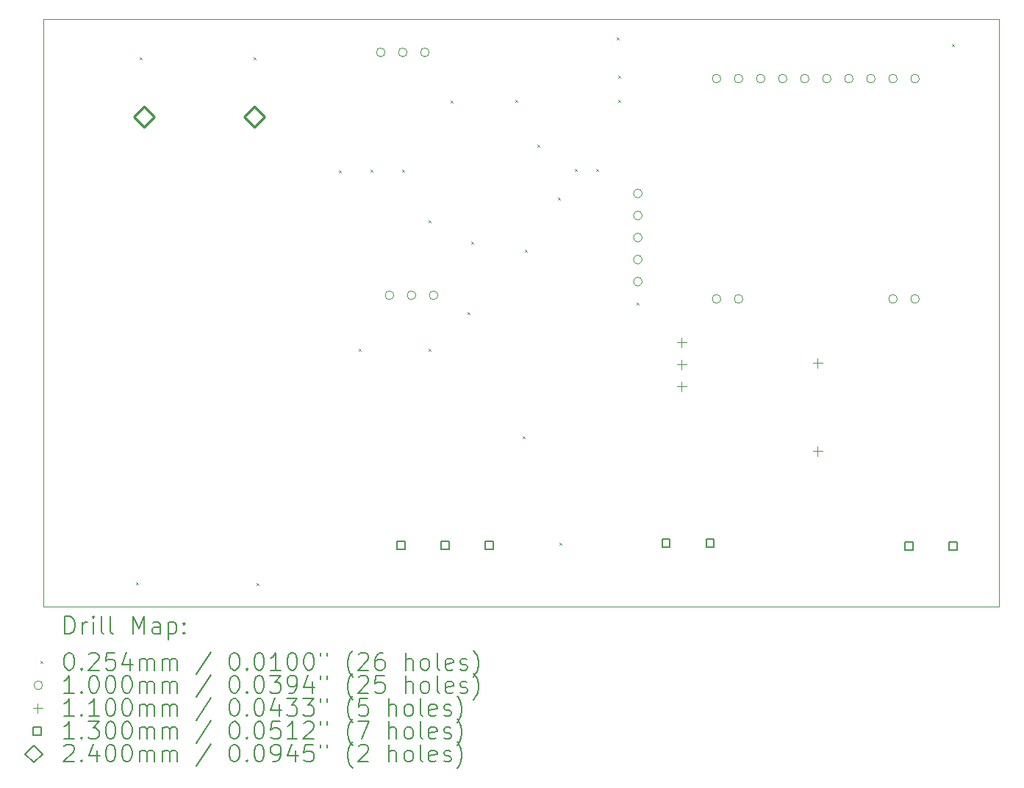
<source format=gbr>
%TF.GenerationSoftware,KiCad,Pcbnew,6.0.11-2627ca5db0~126~ubuntu22.04.1*%
%TF.CreationDate,2023-02-05T11:25:59-03:00*%
%TF.ProjectId,ball_launcher_kicad,62616c6c-5f6c-4617-956e-636865725f6b,rev?*%
%TF.SameCoordinates,Original*%
%TF.FileFunction,Drillmap*%
%TF.FilePolarity,Positive*%
%FSLAX45Y45*%
G04 Gerber Fmt 4.5, Leading zero omitted, Abs format (unit mm)*
G04 Created by KiCad (PCBNEW 6.0.11-2627ca5db0~126~ubuntu22.04.1) date 2023-02-05 11:25:59*
%MOMM*%
%LPD*%
G01*
G04 APERTURE LIST*
%ADD10C,0.100000*%
%ADD11C,0.200000*%
%ADD12C,0.025400*%
%ADD13C,0.110000*%
%ADD14C,0.130000*%
%ADD15C,0.240000*%
G04 APERTURE END LIST*
D10*
X17200500Y-9460000D02*
X28210500Y-9460000D01*
X28210500Y-9460000D02*
X28210500Y-16228000D01*
X28210500Y-16228000D02*
X17200500Y-16228000D01*
X17200500Y-16228000D02*
X17200500Y-9460000D01*
D11*
D12*
X18267300Y-15947300D02*
X18292700Y-15972700D01*
X18292700Y-15947300D02*
X18267300Y-15972700D01*
X18317300Y-9897300D02*
X18342700Y-9922700D01*
X18342700Y-9897300D02*
X18317300Y-9922700D01*
X19627300Y-9897300D02*
X19652700Y-9922700D01*
X19652700Y-9897300D02*
X19627300Y-9922700D01*
X19657300Y-15957300D02*
X19682700Y-15982700D01*
X19682700Y-15957300D02*
X19657300Y-15982700D01*
X20607300Y-11197300D02*
X20632700Y-11222700D01*
X20632700Y-11197300D02*
X20607300Y-11222700D01*
X20837300Y-13257300D02*
X20862700Y-13282700D01*
X20862700Y-13257300D02*
X20837300Y-13282700D01*
X20967800Y-11195300D02*
X20993200Y-11220700D01*
X20993200Y-11195300D02*
X20967800Y-11220700D01*
X21337800Y-11195300D02*
X21363200Y-11220700D01*
X21363200Y-11195300D02*
X21337800Y-11220700D01*
X21637800Y-13255300D02*
X21663200Y-13280700D01*
X21663200Y-13255300D02*
X21637800Y-13280700D01*
X21642800Y-11780300D02*
X21668200Y-11805700D01*
X21668200Y-11780300D02*
X21642800Y-11805700D01*
X21897800Y-10395300D02*
X21923200Y-10420700D01*
X21923200Y-10395300D02*
X21897800Y-10420700D01*
X22087800Y-12835300D02*
X22113200Y-12860700D01*
X22113200Y-12835300D02*
X22087800Y-12860700D01*
X22127800Y-12025300D02*
X22153200Y-12050700D01*
X22153200Y-12025300D02*
X22127800Y-12050700D01*
X22637800Y-10385300D02*
X22663200Y-10410700D01*
X22663200Y-10385300D02*
X22637800Y-10410700D01*
X22727300Y-14267300D02*
X22752700Y-14292700D01*
X22752700Y-14267300D02*
X22727300Y-14292700D01*
X22747800Y-12115300D02*
X22773200Y-12140700D01*
X22773200Y-12115300D02*
X22747800Y-12140700D01*
X22897800Y-10905300D02*
X22923200Y-10930700D01*
X22923200Y-10905300D02*
X22897800Y-10930700D01*
X23127800Y-11515300D02*
X23153200Y-11540700D01*
X23153200Y-11515300D02*
X23127800Y-11540700D01*
X23147300Y-15497300D02*
X23172700Y-15522700D01*
X23172700Y-15497300D02*
X23147300Y-15522700D01*
X23327800Y-11185300D02*
X23353200Y-11210700D01*
X23353200Y-11185300D02*
X23327800Y-11210700D01*
X23567800Y-11185300D02*
X23593200Y-11210700D01*
X23593200Y-11185300D02*
X23567800Y-11210700D01*
X23807800Y-9665300D02*
X23833200Y-9690700D01*
X23833200Y-9665300D02*
X23807800Y-9690700D01*
X23827800Y-10105300D02*
X23853200Y-10130700D01*
X23853200Y-10105300D02*
X23827800Y-10130700D01*
X23827800Y-10385300D02*
X23853200Y-10410700D01*
X23853200Y-10385300D02*
X23827800Y-10410700D01*
X24037800Y-12725300D02*
X24063200Y-12750700D01*
X24063200Y-12725300D02*
X24037800Y-12750700D01*
X27667800Y-9745300D02*
X27693200Y-9770700D01*
X27693200Y-9745300D02*
X27667800Y-9770700D01*
D10*
X21139250Y-9841000D02*
G75*
G03*
X21139250Y-9841000I-50000J0D01*
G01*
X21240500Y-12641000D02*
G75*
G03*
X21240500Y-12641000I-50000J0D01*
G01*
X21393250Y-9841000D02*
G75*
G03*
X21393250Y-9841000I-50000J0D01*
G01*
X21494500Y-12641000D02*
G75*
G03*
X21494500Y-12641000I-50000J0D01*
G01*
X21647250Y-9841000D02*
G75*
G03*
X21647250Y-9841000I-50000J0D01*
G01*
X21748500Y-12641000D02*
G75*
G03*
X21748500Y-12641000I-50000J0D01*
G01*
X24100500Y-11468000D02*
G75*
G03*
X24100500Y-11468000I-50000J0D01*
G01*
X24100500Y-11722000D02*
G75*
G03*
X24100500Y-11722000I-50000J0D01*
G01*
X24100500Y-11976000D02*
G75*
G03*
X24100500Y-11976000I-50000J0D01*
G01*
X24100500Y-12230000D02*
G75*
G03*
X24100500Y-12230000I-50000J0D01*
G01*
X24100500Y-12484000D02*
G75*
G03*
X24100500Y-12484000I-50000J0D01*
G01*
X25007500Y-10143750D02*
G75*
G03*
X25007500Y-10143750I-50000J0D01*
G01*
X25007500Y-12683750D02*
G75*
G03*
X25007500Y-12683750I-50000J0D01*
G01*
X25261500Y-10143750D02*
G75*
G03*
X25261500Y-10143750I-50000J0D01*
G01*
X25261500Y-12683750D02*
G75*
G03*
X25261500Y-12683750I-50000J0D01*
G01*
X25515500Y-10143750D02*
G75*
G03*
X25515500Y-10143750I-50000J0D01*
G01*
X25769500Y-10143750D02*
G75*
G03*
X25769500Y-10143750I-50000J0D01*
G01*
X26023500Y-10143750D02*
G75*
G03*
X26023500Y-10143750I-50000J0D01*
G01*
X26277500Y-10143750D02*
G75*
G03*
X26277500Y-10143750I-50000J0D01*
G01*
X26531500Y-10143750D02*
G75*
G03*
X26531500Y-10143750I-50000J0D01*
G01*
X26785500Y-10143750D02*
G75*
G03*
X26785500Y-10143750I-50000J0D01*
G01*
X27039500Y-10143750D02*
G75*
G03*
X27039500Y-10143750I-50000J0D01*
G01*
X27039500Y-12683750D02*
G75*
G03*
X27039500Y-12683750I-50000J0D01*
G01*
X27293500Y-10143750D02*
G75*
G03*
X27293500Y-10143750I-50000J0D01*
G01*
X27293500Y-12683750D02*
G75*
G03*
X27293500Y-12683750I-50000J0D01*
G01*
D13*
X24555500Y-13131000D02*
X24555500Y-13241000D01*
X24500500Y-13186000D02*
X24610500Y-13186000D01*
X24555500Y-13385000D02*
X24555500Y-13495000D01*
X24500500Y-13440000D02*
X24610500Y-13440000D01*
X24555500Y-13639000D02*
X24555500Y-13749000D01*
X24500500Y-13694000D02*
X24610500Y-13694000D01*
X26120000Y-13367000D02*
X26120000Y-13477000D01*
X26065000Y-13422000D02*
X26175000Y-13422000D01*
X26120000Y-14383000D02*
X26120000Y-14493000D01*
X26065000Y-14438000D02*
X26175000Y-14438000D01*
D14*
X21367462Y-15566462D02*
X21367462Y-15474538D01*
X21275538Y-15474538D01*
X21275538Y-15566462D01*
X21367462Y-15566462D01*
X21875462Y-15566462D02*
X21875462Y-15474538D01*
X21783538Y-15474538D01*
X21783538Y-15566462D01*
X21875462Y-15566462D01*
X22383462Y-15566462D02*
X22383462Y-15474538D01*
X22291538Y-15474538D01*
X22291538Y-15566462D01*
X22383462Y-15566462D01*
X24421462Y-15546462D02*
X24421462Y-15454538D01*
X24329538Y-15454538D01*
X24329538Y-15546462D01*
X24421462Y-15546462D01*
X24929462Y-15546462D02*
X24929462Y-15454538D01*
X24837538Y-15454538D01*
X24837538Y-15546462D01*
X24929462Y-15546462D01*
X27221462Y-15575962D02*
X27221462Y-15484038D01*
X27129538Y-15484038D01*
X27129538Y-15575962D01*
X27221462Y-15575962D01*
X27729462Y-15575962D02*
X27729462Y-15484038D01*
X27637538Y-15484038D01*
X27637538Y-15575962D01*
X27729462Y-15575962D01*
D15*
X18365000Y-10705000D02*
X18485000Y-10585000D01*
X18365000Y-10465000D01*
X18245000Y-10585000D01*
X18365000Y-10705000D01*
X19635000Y-10705000D02*
X19755000Y-10585000D01*
X19635000Y-10465000D01*
X19515000Y-10585000D01*
X19635000Y-10705000D01*
D11*
X17453119Y-16543476D02*
X17453119Y-16343476D01*
X17500738Y-16343476D01*
X17529310Y-16353000D01*
X17548357Y-16372048D01*
X17557881Y-16391095D01*
X17567405Y-16429190D01*
X17567405Y-16457762D01*
X17557881Y-16495857D01*
X17548357Y-16514905D01*
X17529310Y-16533952D01*
X17500738Y-16543476D01*
X17453119Y-16543476D01*
X17653119Y-16543476D02*
X17653119Y-16410143D01*
X17653119Y-16448238D02*
X17662643Y-16429190D01*
X17672167Y-16419667D01*
X17691214Y-16410143D01*
X17710262Y-16410143D01*
X17776929Y-16543476D02*
X17776929Y-16410143D01*
X17776929Y-16343476D02*
X17767405Y-16353000D01*
X17776929Y-16362524D01*
X17786452Y-16353000D01*
X17776929Y-16343476D01*
X17776929Y-16362524D01*
X17900738Y-16543476D02*
X17881690Y-16533952D01*
X17872167Y-16514905D01*
X17872167Y-16343476D01*
X18005500Y-16543476D02*
X17986452Y-16533952D01*
X17976929Y-16514905D01*
X17976929Y-16343476D01*
X18234071Y-16543476D02*
X18234071Y-16343476D01*
X18300738Y-16486333D01*
X18367405Y-16343476D01*
X18367405Y-16543476D01*
X18548357Y-16543476D02*
X18548357Y-16438714D01*
X18538833Y-16419667D01*
X18519786Y-16410143D01*
X18481690Y-16410143D01*
X18462643Y-16419667D01*
X18548357Y-16533952D02*
X18529310Y-16543476D01*
X18481690Y-16543476D01*
X18462643Y-16533952D01*
X18453119Y-16514905D01*
X18453119Y-16495857D01*
X18462643Y-16476809D01*
X18481690Y-16467286D01*
X18529310Y-16467286D01*
X18548357Y-16457762D01*
X18643595Y-16410143D02*
X18643595Y-16610143D01*
X18643595Y-16419667D02*
X18662643Y-16410143D01*
X18700738Y-16410143D01*
X18719786Y-16419667D01*
X18729310Y-16429190D01*
X18738833Y-16448238D01*
X18738833Y-16505381D01*
X18729310Y-16524428D01*
X18719786Y-16533952D01*
X18700738Y-16543476D01*
X18662643Y-16543476D01*
X18643595Y-16533952D01*
X18824548Y-16524428D02*
X18834071Y-16533952D01*
X18824548Y-16543476D01*
X18815024Y-16533952D01*
X18824548Y-16524428D01*
X18824548Y-16543476D01*
X18824548Y-16419667D02*
X18834071Y-16429190D01*
X18824548Y-16438714D01*
X18815024Y-16429190D01*
X18824548Y-16419667D01*
X18824548Y-16438714D01*
D12*
X17170100Y-16860300D02*
X17195500Y-16885700D01*
X17195500Y-16860300D02*
X17170100Y-16885700D01*
D11*
X17491214Y-16763476D02*
X17510262Y-16763476D01*
X17529310Y-16773000D01*
X17538833Y-16782524D01*
X17548357Y-16801571D01*
X17557881Y-16839667D01*
X17557881Y-16887286D01*
X17548357Y-16925381D01*
X17538833Y-16944429D01*
X17529310Y-16953952D01*
X17510262Y-16963476D01*
X17491214Y-16963476D01*
X17472167Y-16953952D01*
X17462643Y-16944429D01*
X17453119Y-16925381D01*
X17443595Y-16887286D01*
X17443595Y-16839667D01*
X17453119Y-16801571D01*
X17462643Y-16782524D01*
X17472167Y-16773000D01*
X17491214Y-16763476D01*
X17643595Y-16944429D02*
X17653119Y-16953952D01*
X17643595Y-16963476D01*
X17634071Y-16953952D01*
X17643595Y-16944429D01*
X17643595Y-16963476D01*
X17729310Y-16782524D02*
X17738833Y-16773000D01*
X17757881Y-16763476D01*
X17805500Y-16763476D01*
X17824548Y-16773000D01*
X17834071Y-16782524D01*
X17843595Y-16801571D01*
X17843595Y-16820619D01*
X17834071Y-16849190D01*
X17719786Y-16963476D01*
X17843595Y-16963476D01*
X18024548Y-16763476D02*
X17929310Y-16763476D01*
X17919786Y-16858714D01*
X17929310Y-16849190D01*
X17948357Y-16839667D01*
X17995976Y-16839667D01*
X18015024Y-16849190D01*
X18024548Y-16858714D01*
X18034071Y-16877762D01*
X18034071Y-16925381D01*
X18024548Y-16944429D01*
X18015024Y-16953952D01*
X17995976Y-16963476D01*
X17948357Y-16963476D01*
X17929310Y-16953952D01*
X17919786Y-16944429D01*
X18205500Y-16830143D02*
X18205500Y-16963476D01*
X18157881Y-16753952D02*
X18110262Y-16896810D01*
X18234071Y-16896810D01*
X18310262Y-16963476D02*
X18310262Y-16830143D01*
X18310262Y-16849190D02*
X18319786Y-16839667D01*
X18338833Y-16830143D01*
X18367405Y-16830143D01*
X18386452Y-16839667D01*
X18395976Y-16858714D01*
X18395976Y-16963476D01*
X18395976Y-16858714D02*
X18405500Y-16839667D01*
X18424548Y-16830143D01*
X18453119Y-16830143D01*
X18472167Y-16839667D01*
X18481690Y-16858714D01*
X18481690Y-16963476D01*
X18576929Y-16963476D02*
X18576929Y-16830143D01*
X18576929Y-16849190D02*
X18586452Y-16839667D01*
X18605500Y-16830143D01*
X18634071Y-16830143D01*
X18653119Y-16839667D01*
X18662643Y-16858714D01*
X18662643Y-16963476D01*
X18662643Y-16858714D02*
X18672167Y-16839667D01*
X18691214Y-16830143D01*
X18719786Y-16830143D01*
X18738833Y-16839667D01*
X18748357Y-16858714D01*
X18748357Y-16963476D01*
X19138833Y-16753952D02*
X18967405Y-17011095D01*
X19395976Y-16763476D02*
X19415024Y-16763476D01*
X19434071Y-16773000D01*
X19443595Y-16782524D01*
X19453119Y-16801571D01*
X19462643Y-16839667D01*
X19462643Y-16887286D01*
X19453119Y-16925381D01*
X19443595Y-16944429D01*
X19434071Y-16953952D01*
X19415024Y-16963476D01*
X19395976Y-16963476D01*
X19376929Y-16953952D01*
X19367405Y-16944429D01*
X19357881Y-16925381D01*
X19348357Y-16887286D01*
X19348357Y-16839667D01*
X19357881Y-16801571D01*
X19367405Y-16782524D01*
X19376929Y-16773000D01*
X19395976Y-16763476D01*
X19548357Y-16944429D02*
X19557881Y-16953952D01*
X19548357Y-16963476D01*
X19538833Y-16953952D01*
X19548357Y-16944429D01*
X19548357Y-16963476D01*
X19681690Y-16763476D02*
X19700738Y-16763476D01*
X19719786Y-16773000D01*
X19729310Y-16782524D01*
X19738833Y-16801571D01*
X19748357Y-16839667D01*
X19748357Y-16887286D01*
X19738833Y-16925381D01*
X19729310Y-16944429D01*
X19719786Y-16953952D01*
X19700738Y-16963476D01*
X19681690Y-16963476D01*
X19662643Y-16953952D01*
X19653119Y-16944429D01*
X19643595Y-16925381D01*
X19634071Y-16887286D01*
X19634071Y-16839667D01*
X19643595Y-16801571D01*
X19653119Y-16782524D01*
X19662643Y-16773000D01*
X19681690Y-16763476D01*
X19938833Y-16963476D02*
X19824548Y-16963476D01*
X19881690Y-16963476D02*
X19881690Y-16763476D01*
X19862643Y-16792048D01*
X19843595Y-16811095D01*
X19824548Y-16820619D01*
X20062643Y-16763476D02*
X20081690Y-16763476D01*
X20100738Y-16773000D01*
X20110262Y-16782524D01*
X20119786Y-16801571D01*
X20129310Y-16839667D01*
X20129310Y-16887286D01*
X20119786Y-16925381D01*
X20110262Y-16944429D01*
X20100738Y-16953952D01*
X20081690Y-16963476D01*
X20062643Y-16963476D01*
X20043595Y-16953952D01*
X20034071Y-16944429D01*
X20024548Y-16925381D01*
X20015024Y-16887286D01*
X20015024Y-16839667D01*
X20024548Y-16801571D01*
X20034071Y-16782524D01*
X20043595Y-16773000D01*
X20062643Y-16763476D01*
X20253119Y-16763476D02*
X20272167Y-16763476D01*
X20291214Y-16773000D01*
X20300738Y-16782524D01*
X20310262Y-16801571D01*
X20319786Y-16839667D01*
X20319786Y-16887286D01*
X20310262Y-16925381D01*
X20300738Y-16944429D01*
X20291214Y-16953952D01*
X20272167Y-16963476D01*
X20253119Y-16963476D01*
X20234071Y-16953952D01*
X20224548Y-16944429D01*
X20215024Y-16925381D01*
X20205500Y-16887286D01*
X20205500Y-16839667D01*
X20215024Y-16801571D01*
X20224548Y-16782524D01*
X20234071Y-16773000D01*
X20253119Y-16763476D01*
X20395976Y-16763476D02*
X20395976Y-16801571D01*
X20472167Y-16763476D02*
X20472167Y-16801571D01*
X20767405Y-17039667D02*
X20757881Y-17030143D01*
X20738833Y-17001571D01*
X20729310Y-16982524D01*
X20719786Y-16953952D01*
X20710262Y-16906333D01*
X20710262Y-16868238D01*
X20719786Y-16820619D01*
X20729310Y-16792048D01*
X20738833Y-16773000D01*
X20757881Y-16744428D01*
X20767405Y-16734905D01*
X20834071Y-16782524D02*
X20843595Y-16773000D01*
X20862643Y-16763476D01*
X20910262Y-16763476D01*
X20929310Y-16773000D01*
X20938833Y-16782524D01*
X20948357Y-16801571D01*
X20948357Y-16820619D01*
X20938833Y-16849190D01*
X20824548Y-16963476D01*
X20948357Y-16963476D01*
X21119786Y-16763476D02*
X21081690Y-16763476D01*
X21062643Y-16773000D01*
X21053119Y-16782524D01*
X21034071Y-16811095D01*
X21024548Y-16849190D01*
X21024548Y-16925381D01*
X21034071Y-16944429D01*
X21043595Y-16953952D01*
X21062643Y-16963476D01*
X21100738Y-16963476D01*
X21119786Y-16953952D01*
X21129310Y-16944429D01*
X21138833Y-16925381D01*
X21138833Y-16877762D01*
X21129310Y-16858714D01*
X21119786Y-16849190D01*
X21100738Y-16839667D01*
X21062643Y-16839667D01*
X21043595Y-16849190D01*
X21034071Y-16858714D01*
X21024548Y-16877762D01*
X21376929Y-16963476D02*
X21376929Y-16763476D01*
X21462643Y-16963476D02*
X21462643Y-16858714D01*
X21453119Y-16839667D01*
X21434071Y-16830143D01*
X21405500Y-16830143D01*
X21386452Y-16839667D01*
X21376929Y-16849190D01*
X21586452Y-16963476D02*
X21567405Y-16953952D01*
X21557881Y-16944429D01*
X21548357Y-16925381D01*
X21548357Y-16868238D01*
X21557881Y-16849190D01*
X21567405Y-16839667D01*
X21586452Y-16830143D01*
X21615024Y-16830143D01*
X21634071Y-16839667D01*
X21643595Y-16849190D01*
X21653119Y-16868238D01*
X21653119Y-16925381D01*
X21643595Y-16944429D01*
X21634071Y-16953952D01*
X21615024Y-16963476D01*
X21586452Y-16963476D01*
X21767405Y-16963476D02*
X21748357Y-16953952D01*
X21738833Y-16934905D01*
X21738833Y-16763476D01*
X21919786Y-16953952D02*
X21900738Y-16963476D01*
X21862643Y-16963476D01*
X21843595Y-16953952D01*
X21834071Y-16934905D01*
X21834071Y-16858714D01*
X21843595Y-16839667D01*
X21862643Y-16830143D01*
X21900738Y-16830143D01*
X21919786Y-16839667D01*
X21929310Y-16858714D01*
X21929310Y-16877762D01*
X21834071Y-16896810D01*
X22005500Y-16953952D02*
X22024548Y-16963476D01*
X22062643Y-16963476D01*
X22081690Y-16953952D01*
X22091214Y-16934905D01*
X22091214Y-16925381D01*
X22081690Y-16906333D01*
X22062643Y-16896810D01*
X22034071Y-16896810D01*
X22015024Y-16887286D01*
X22005500Y-16868238D01*
X22005500Y-16858714D01*
X22015024Y-16839667D01*
X22034071Y-16830143D01*
X22062643Y-16830143D01*
X22081690Y-16839667D01*
X22157881Y-17039667D02*
X22167405Y-17030143D01*
X22186452Y-17001571D01*
X22195976Y-16982524D01*
X22205500Y-16953952D01*
X22215024Y-16906333D01*
X22215024Y-16868238D01*
X22205500Y-16820619D01*
X22195976Y-16792048D01*
X22186452Y-16773000D01*
X22167405Y-16744428D01*
X22157881Y-16734905D01*
D10*
X17195500Y-17137000D02*
G75*
G03*
X17195500Y-17137000I-50000J0D01*
G01*
D11*
X17557881Y-17227476D02*
X17443595Y-17227476D01*
X17500738Y-17227476D02*
X17500738Y-17027476D01*
X17481690Y-17056048D01*
X17462643Y-17075095D01*
X17443595Y-17084619D01*
X17643595Y-17208429D02*
X17653119Y-17217952D01*
X17643595Y-17227476D01*
X17634071Y-17217952D01*
X17643595Y-17208429D01*
X17643595Y-17227476D01*
X17776929Y-17027476D02*
X17795976Y-17027476D01*
X17815024Y-17037000D01*
X17824548Y-17046524D01*
X17834071Y-17065571D01*
X17843595Y-17103667D01*
X17843595Y-17151286D01*
X17834071Y-17189381D01*
X17824548Y-17208429D01*
X17815024Y-17217952D01*
X17795976Y-17227476D01*
X17776929Y-17227476D01*
X17757881Y-17217952D01*
X17748357Y-17208429D01*
X17738833Y-17189381D01*
X17729310Y-17151286D01*
X17729310Y-17103667D01*
X17738833Y-17065571D01*
X17748357Y-17046524D01*
X17757881Y-17037000D01*
X17776929Y-17027476D01*
X17967405Y-17027476D02*
X17986452Y-17027476D01*
X18005500Y-17037000D01*
X18015024Y-17046524D01*
X18024548Y-17065571D01*
X18034071Y-17103667D01*
X18034071Y-17151286D01*
X18024548Y-17189381D01*
X18015024Y-17208429D01*
X18005500Y-17217952D01*
X17986452Y-17227476D01*
X17967405Y-17227476D01*
X17948357Y-17217952D01*
X17938833Y-17208429D01*
X17929310Y-17189381D01*
X17919786Y-17151286D01*
X17919786Y-17103667D01*
X17929310Y-17065571D01*
X17938833Y-17046524D01*
X17948357Y-17037000D01*
X17967405Y-17027476D01*
X18157881Y-17027476D02*
X18176929Y-17027476D01*
X18195976Y-17037000D01*
X18205500Y-17046524D01*
X18215024Y-17065571D01*
X18224548Y-17103667D01*
X18224548Y-17151286D01*
X18215024Y-17189381D01*
X18205500Y-17208429D01*
X18195976Y-17217952D01*
X18176929Y-17227476D01*
X18157881Y-17227476D01*
X18138833Y-17217952D01*
X18129310Y-17208429D01*
X18119786Y-17189381D01*
X18110262Y-17151286D01*
X18110262Y-17103667D01*
X18119786Y-17065571D01*
X18129310Y-17046524D01*
X18138833Y-17037000D01*
X18157881Y-17027476D01*
X18310262Y-17227476D02*
X18310262Y-17094143D01*
X18310262Y-17113190D02*
X18319786Y-17103667D01*
X18338833Y-17094143D01*
X18367405Y-17094143D01*
X18386452Y-17103667D01*
X18395976Y-17122714D01*
X18395976Y-17227476D01*
X18395976Y-17122714D02*
X18405500Y-17103667D01*
X18424548Y-17094143D01*
X18453119Y-17094143D01*
X18472167Y-17103667D01*
X18481690Y-17122714D01*
X18481690Y-17227476D01*
X18576929Y-17227476D02*
X18576929Y-17094143D01*
X18576929Y-17113190D02*
X18586452Y-17103667D01*
X18605500Y-17094143D01*
X18634071Y-17094143D01*
X18653119Y-17103667D01*
X18662643Y-17122714D01*
X18662643Y-17227476D01*
X18662643Y-17122714D02*
X18672167Y-17103667D01*
X18691214Y-17094143D01*
X18719786Y-17094143D01*
X18738833Y-17103667D01*
X18748357Y-17122714D01*
X18748357Y-17227476D01*
X19138833Y-17017952D02*
X18967405Y-17275095D01*
X19395976Y-17027476D02*
X19415024Y-17027476D01*
X19434071Y-17037000D01*
X19443595Y-17046524D01*
X19453119Y-17065571D01*
X19462643Y-17103667D01*
X19462643Y-17151286D01*
X19453119Y-17189381D01*
X19443595Y-17208429D01*
X19434071Y-17217952D01*
X19415024Y-17227476D01*
X19395976Y-17227476D01*
X19376929Y-17217952D01*
X19367405Y-17208429D01*
X19357881Y-17189381D01*
X19348357Y-17151286D01*
X19348357Y-17103667D01*
X19357881Y-17065571D01*
X19367405Y-17046524D01*
X19376929Y-17037000D01*
X19395976Y-17027476D01*
X19548357Y-17208429D02*
X19557881Y-17217952D01*
X19548357Y-17227476D01*
X19538833Y-17217952D01*
X19548357Y-17208429D01*
X19548357Y-17227476D01*
X19681690Y-17027476D02*
X19700738Y-17027476D01*
X19719786Y-17037000D01*
X19729310Y-17046524D01*
X19738833Y-17065571D01*
X19748357Y-17103667D01*
X19748357Y-17151286D01*
X19738833Y-17189381D01*
X19729310Y-17208429D01*
X19719786Y-17217952D01*
X19700738Y-17227476D01*
X19681690Y-17227476D01*
X19662643Y-17217952D01*
X19653119Y-17208429D01*
X19643595Y-17189381D01*
X19634071Y-17151286D01*
X19634071Y-17103667D01*
X19643595Y-17065571D01*
X19653119Y-17046524D01*
X19662643Y-17037000D01*
X19681690Y-17027476D01*
X19815024Y-17027476D02*
X19938833Y-17027476D01*
X19872167Y-17103667D01*
X19900738Y-17103667D01*
X19919786Y-17113190D01*
X19929310Y-17122714D01*
X19938833Y-17141762D01*
X19938833Y-17189381D01*
X19929310Y-17208429D01*
X19919786Y-17217952D01*
X19900738Y-17227476D01*
X19843595Y-17227476D01*
X19824548Y-17217952D01*
X19815024Y-17208429D01*
X20034071Y-17227476D02*
X20072167Y-17227476D01*
X20091214Y-17217952D01*
X20100738Y-17208429D01*
X20119786Y-17179857D01*
X20129310Y-17141762D01*
X20129310Y-17065571D01*
X20119786Y-17046524D01*
X20110262Y-17037000D01*
X20091214Y-17027476D01*
X20053119Y-17027476D01*
X20034071Y-17037000D01*
X20024548Y-17046524D01*
X20015024Y-17065571D01*
X20015024Y-17113190D01*
X20024548Y-17132238D01*
X20034071Y-17141762D01*
X20053119Y-17151286D01*
X20091214Y-17151286D01*
X20110262Y-17141762D01*
X20119786Y-17132238D01*
X20129310Y-17113190D01*
X20300738Y-17094143D02*
X20300738Y-17227476D01*
X20253119Y-17017952D02*
X20205500Y-17160810D01*
X20329310Y-17160810D01*
X20395976Y-17027476D02*
X20395976Y-17065571D01*
X20472167Y-17027476D02*
X20472167Y-17065571D01*
X20767405Y-17303667D02*
X20757881Y-17294143D01*
X20738833Y-17265571D01*
X20729310Y-17246524D01*
X20719786Y-17217952D01*
X20710262Y-17170333D01*
X20710262Y-17132238D01*
X20719786Y-17084619D01*
X20729310Y-17056048D01*
X20738833Y-17037000D01*
X20757881Y-17008429D01*
X20767405Y-16998905D01*
X20834071Y-17046524D02*
X20843595Y-17037000D01*
X20862643Y-17027476D01*
X20910262Y-17027476D01*
X20929310Y-17037000D01*
X20938833Y-17046524D01*
X20948357Y-17065571D01*
X20948357Y-17084619D01*
X20938833Y-17113190D01*
X20824548Y-17227476D01*
X20948357Y-17227476D01*
X21129310Y-17027476D02*
X21034071Y-17027476D01*
X21024548Y-17122714D01*
X21034071Y-17113190D01*
X21053119Y-17103667D01*
X21100738Y-17103667D01*
X21119786Y-17113190D01*
X21129310Y-17122714D01*
X21138833Y-17141762D01*
X21138833Y-17189381D01*
X21129310Y-17208429D01*
X21119786Y-17217952D01*
X21100738Y-17227476D01*
X21053119Y-17227476D01*
X21034071Y-17217952D01*
X21024548Y-17208429D01*
X21376929Y-17227476D02*
X21376929Y-17027476D01*
X21462643Y-17227476D02*
X21462643Y-17122714D01*
X21453119Y-17103667D01*
X21434071Y-17094143D01*
X21405500Y-17094143D01*
X21386452Y-17103667D01*
X21376929Y-17113190D01*
X21586452Y-17227476D02*
X21567405Y-17217952D01*
X21557881Y-17208429D01*
X21548357Y-17189381D01*
X21548357Y-17132238D01*
X21557881Y-17113190D01*
X21567405Y-17103667D01*
X21586452Y-17094143D01*
X21615024Y-17094143D01*
X21634071Y-17103667D01*
X21643595Y-17113190D01*
X21653119Y-17132238D01*
X21653119Y-17189381D01*
X21643595Y-17208429D01*
X21634071Y-17217952D01*
X21615024Y-17227476D01*
X21586452Y-17227476D01*
X21767405Y-17227476D02*
X21748357Y-17217952D01*
X21738833Y-17198905D01*
X21738833Y-17027476D01*
X21919786Y-17217952D02*
X21900738Y-17227476D01*
X21862643Y-17227476D01*
X21843595Y-17217952D01*
X21834071Y-17198905D01*
X21834071Y-17122714D01*
X21843595Y-17103667D01*
X21862643Y-17094143D01*
X21900738Y-17094143D01*
X21919786Y-17103667D01*
X21929310Y-17122714D01*
X21929310Y-17141762D01*
X21834071Y-17160810D01*
X22005500Y-17217952D02*
X22024548Y-17227476D01*
X22062643Y-17227476D01*
X22081690Y-17217952D01*
X22091214Y-17198905D01*
X22091214Y-17189381D01*
X22081690Y-17170333D01*
X22062643Y-17160810D01*
X22034071Y-17160810D01*
X22015024Y-17151286D01*
X22005500Y-17132238D01*
X22005500Y-17122714D01*
X22015024Y-17103667D01*
X22034071Y-17094143D01*
X22062643Y-17094143D01*
X22081690Y-17103667D01*
X22157881Y-17303667D02*
X22167405Y-17294143D01*
X22186452Y-17265571D01*
X22195976Y-17246524D01*
X22205500Y-17217952D01*
X22215024Y-17170333D01*
X22215024Y-17132238D01*
X22205500Y-17084619D01*
X22195976Y-17056048D01*
X22186452Y-17037000D01*
X22167405Y-17008429D01*
X22157881Y-16998905D01*
D13*
X17140500Y-17346000D02*
X17140500Y-17456000D01*
X17085500Y-17401000D02*
X17195500Y-17401000D01*
D11*
X17557881Y-17491476D02*
X17443595Y-17491476D01*
X17500738Y-17491476D02*
X17500738Y-17291476D01*
X17481690Y-17320048D01*
X17462643Y-17339095D01*
X17443595Y-17348619D01*
X17643595Y-17472429D02*
X17653119Y-17481952D01*
X17643595Y-17491476D01*
X17634071Y-17481952D01*
X17643595Y-17472429D01*
X17643595Y-17491476D01*
X17843595Y-17491476D02*
X17729310Y-17491476D01*
X17786452Y-17491476D02*
X17786452Y-17291476D01*
X17767405Y-17320048D01*
X17748357Y-17339095D01*
X17729310Y-17348619D01*
X17967405Y-17291476D02*
X17986452Y-17291476D01*
X18005500Y-17301000D01*
X18015024Y-17310524D01*
X18024548Y-17329571D01*
X18034071Y-17367667D01*
X18034071Y-17415286D01*
X18024548Y-17453381D01*
X18015024Y-17472429D01*
X18005500Y-17481952D01*
X17986452Y-17491476D01*
X17967405Y-17491476D01*
X17948357Y-17481952D01*
X17938833Y-17472429D01*
X17929310Y-17453381D01*
X17919786Y-17415286D01*
X17919786Y-17367667D01*
X17929310Y-17329571D01*
X17938833Y-17310524D01*
X17948357Y-17301000D01*
X17967405Y-17291476D01*
X18157881Y-17291476D02*
X18176929Y-17291476D01*
X18195976Y-17301000D01*
X18205500Y-17310524D01*
X18215024Y-17329571D01*
X18224548Y-17367667D01*
X18224548Y-17415286D01*
X18215024Y-17453381D01*
X18205500Y-17472429D01*
X18195976Y-17481952D01*
X18176929Y-17491476D01*
X18157881Y-17491476D01*
X18138833Y-17481952D01*
X18129310Y-17472429D01*
X18119786Y-17453381D01*
X18110262Y-17415286D01*
X18110262Y-17367667D01*
X18119786Y-17329571D01*
X18129310Y-17310524D01*
X18138833Y-17301000D01*
X18157881Y-17291476D01*
X18310262Y-17491476D02*
X18310262Y-17358143D01*
X18310262Y-17377190D02*
X18319786Y-17367667D01*
X18338833Y-17358143D01*
X18367405Y-17358143D01*
X18386452Y-17367667D01*
X18395976Y-17386714D01*
X18395976Y-17491476D01*
X18395976Y-17386714D02*
X18405500Y-17367667D01*
X18424548Y-17358143D01*
X18453119Y-17358143D01*
X18472167Y-17367667D01*
X18481690Y-17386714D01*
X18481690Y-17491476D01*
X18576929Y-17491476D02*
X18576929Y-17358143D01*
X18576929Y-17377190D02*
X18586452Y-17367667D01*
X18605500Y-17358143D01*
X18634071Y-17358143D01*
X18653119Y-17367667D01*
X18662643Y-17386714D01*
X18662643Y-17491476D01*
X18662643Y-17386714D02*
X18672167Y-17367667D01*
X18691214Y-17358143D01*
X18719786Y-17358143D01*
X18738833Y-17367667D01*
X18748357Y-17386714D01*
X18748357Y-17491476D01*
X19138833Y-17281952D02*
X18967405Y-17539095D01*
X19395976Y-17291476D02*
X19415024Y-17291476D01*
X19434071Y-17301000D01*
X19443595Y-17310524D01*
X19453119Y-17329571D01*
X19462643Y-17367667D01*
X19462643Y-17415286D01*
X19453119Y-17453381D01*
X19443595Y-17472429D01*
X19434071Y-17481952D01*
X19415024Y-17491476D01*
X19395976Y-17491476D01*
X19376929Y-17481952D01*
X19367405Y-17472429D01*
X19357881Y-17453381D01*
X19348357Y-17415286D01*
X19348357Y-17367667D01*
X19357881Y-17329571D01*
X19367405Y-17310524D01*
X19376929Y-17301000D01*
X19395976Y-17291476D01*
X19548357Y-17472429D02*
X19557881Y-17481952D01*
X19548357Y-17491476D01*
X19538833Y-17481952D01*
X19548357Y-17472429D01*
X19548357Y-17491476D01*
X19681690Y-17291476D02*
X19700738Y-17291476D01*
X19719786Y-17301000D01*
X19729310Y-17310524D01*
X19738833Y-17329571D01*
X19748357Y-17367667D01*
X19748357Y-17415286D01*
X19738833Y-17453381D01*
X19729310Y-17472429D01*
X19719786Y-17481952D01*
X19700738Y-17491476D01*
X19681690Y-17491476D01*
X19662643Y-17481952D01*
X19653119Y-17472429D01*
X19643595Y-17453381D01*
X19634071Y-17415286D01*
X19634071Y-17367667D01*
X19643595Y-17329571D01*
X19653119Y-17310524D01*
X19662643Y-17301000D01*
X19681690Y-17291476D01*
X19919786Y-17358143D02*
X19919786Y-17491476D01*
X19872167Y-17281952D02*
X19824548Y-17424810D01*
X19948357Y-17424810D01*
X20005500Y-17291476D02*
X20129310Y-17291476D01*
X20062643Y-17367667D01*
X20091214Y-17367667D01*
X20110262Y-17377190D01*
X20119786Y-17386714D01*
X20129310Y-17405762D01*
X20129310Y-17453381D01*
X20119786Y-17472429D01*
X20110262Y-17481952D01*
X20091214Y-17491476D01*
X20034071Y-17491476D01*
X20015024Y-17481952D01*
X20005500Y-17472429D01*
X20195976Y-17291476D02*
X20319786Y-17291476D01*
X20253119Y-17367667D01*
X20281690Y-17367667D01*
X20300738Y-17377190D01*
X20310262Y-17386714D01*
X20319786Y-17405762D01*
X20319786Y-17453381D01*
X20310262Y-17472429D01*
X20300738Y-17481952D01*
X20281690Y-17491476D01*
X20224548Y-17491476D01*
X20205500Y-17481952D01*
X20195976Y-17472429D01*
X20395976Y-17291476D02*
X20395976Y-17329571D01*
X20472167Y-17291476D02*
X20472167Y-17329571D01*
X20767405Y-17567667D02*
X20757881Y-17558143D01*
X20738833Y-17529571D01*
X20729310Y-17510524D01*
X20719786Y-17481952D01*
X20710262Y-17434333D01*
X20710262Y-17396238D01*
X20719786Y-17348619D01*
X20729310Y-17320048D01*
X20738833Y-17301000D01*
X20757881Y-17272429D01*
X20767405Y-17262905D01*
X20938833Y-17291476D02*
X20843595Y-17291476D01*
X20834071Y-17386714D01*
X20843595Y-17377190D01*
X20862643Y-17367667D01*
X20910262Y-17367667D01*
X20929310Y-17377190D01*
X20938833Y-17386714D01*
X20948357Y-17405762D01*
X20948357Y-17453381D01*
X20938833Y-17472429D01*
X20929310Y-17481952D01*
X20910262Y-17491476D01*
X20862643Y-17491476D01*
X20843595Y-17481952D01*
X20834071Y-17472429D01*
X21186452Y-17491476D02*
X21186452Y-17291476D01*
X21272167Y-17491476D02*
X21272167Y-17386714D01*
X21262643Y-17367667D01*
X21243595Y-17358143D01*
X21215024Y-17358143D01*
X21195976Y-17367667D01*
X21186452Y-17377190D01*
X21395976Y-17491476D02*
X21376929Y-17481952D01*
X21367405Y-17472429D01*
X21357881Y-17453381D01*
X21357881Y-17396238D01*
X21367405Y-17377190D01*
X21376929Y-17367667D01*
X21395976Y-17358143D01*
X21424548Y-17358143D01*
X21443595Y-17367667D01*
X21453119Y-17377190D01*
X21462643Y-17396238D01*
X21462643Y-17453381D01*
X21453119Y-17472429D01*
X21443595Y-17481952D01*
X21424548Y-17491476D01*
X21395976Y-17491476D01*
X21576929Y-17491476D02*
X21557881Y-17481952D01*
X21548357Y-17462905D01*
X21548357Y-17291476D01*
X21729310Y-17481952D02*
X21710262Y-17491476D01*
X21672167Y-17491476D01*
X21653119Y-17481952D01*
X21643595Y-17462905D01*
X21643595Y-17386714D01*
X21653119Y-17367667D01*
X21672167Y-17358143D01*
X21710262Y-17358143D01*
X21729310Y-17367667D01*
X21738833Y-17386714D01*
X21738833Y-17405762D01*
X21643595Y-17424810D01*
X21815024Y-17481952D02*
X21834071Y-17491476D01*
X21872167Y-17491476D01*
X21891214Y-17481952D01*
X21900738Y-17462905D01*
X21900738Y-17453381D01*
X21891214Y-17434333D01*
X21872167Y-17424810D01*
X21843595Y-17424810D01*
X21824548Y-17415286D01*
X21815024Y-17396238D01*
X21815024Y-17386714D01*
X21824548Y-17367667D01*
X21843595Y-17358143D01*
X21872167Y-17358143D01*
X21891214Y-17367667D01*
X21967405Y-17567667D02*
X21976929Y-17558143D01*
X21995976Y-17529571D01*
X22005500Y-17510524D01*
X22015024Y-17481952D01*
X22024548Y-17434333D01*
X22024548Y-17396238D01*
X22015024Y-17348619D01*
X22005500Y-17320048D01*
X21995976Y-17301000D01*
X21976929Y-17272429D01*
X21967405Y-17262905D01*
D14*
X17176462Y-17710962D02*
X17176462Y-17619038D01*
X17084538Y-17619038D01*
X17084538Y-17710962D01*
X17176462Y-17710962D01*
D11*
X17557881Y-17755476D02*
X17443595Y-17755476D01*
X17500738Y-17755476D02*
X17500738Y-17555476D01*
X17481690Y-17584048D01*
X17462643Y-17603095D01*
X17443595Y-17612619D01*
X17643595Y-17736429D02*
X17653119Y-17745952D01*
X17643595Y-17755476D01*
X17634071Y-17745952D01*
X17643595Y-17736429D01*
X17643595Y-17755476D01*
X17719786Y-17555476D02*
X17843595Y-17555476D01*
X17776929Y-17631667D01*
X17805500Y-17631667D01*
X17824548Y-17641190D01*
X17834071Y-17650714D01*
X17843595Y-17669762D01*
X17843595Y-17717381D01*
X17834071Y-17736429D01*
X17824548Y-17745952D01*
X17805500Y-17755476D01*
X17748357Y-17755476D01*
X17729310Y-17745952D01*
X17719786Y-17736429D01*
X17967405Y-17555476D02*
X17986452Y-17555476D01*
X18005500Y-17565000D01*
X18015024Y-17574524D01*
X18024548Y-17593571D01*
X18034071Y-17631667D01*
X18034071Y-17679286D01*
X18024548Y-17717381D01*
X18015024Y-17736429D01*
X18005500Y-17745952D01*
X17986452Y-17755476D01*
X17967405Y-17755476D01*
X17948357Y-17745952D01*
X17938833Y-17736429D01*
X17929310Y-17717381D01*
X17919786Y-17679286D01*
X17919786Y-17631667D01*
X17929310Y-17593571D01*
X17938833Y-17574524D01*
X17948357Y-17565000D01*
X17967405Y-17555476D01*
X18157881Y-17555476D02*
X18176929Y-17555476D01*
X18195976Y-17565000D01*
X18205500Y-17574524D01*
X18215024Y-17593571D01*
X18224548Y-17631667D01*
X18224548Y-17679286D01*
X18215024Y-17717381D01*
X18205500Y-17736429D01*
X18195976Y-17745952D01*
X18176929Y-17755476D01*
X18157881Y-17755476D01*
X18138833Y-17745952D01*
X18129310Y-17736429D01*
X18119786Y-17717381D01*
X18110262Y-17679286D01*
X18110262Y-17631667D01*
X18119786Y-17593571D01*
X18129310Y-17574524D01*
X18138833Y-17565000D01*
X18157881Y-17555476D01*
X18310262Y-17755476D02*
X18310262Y-17622143D01*
X18310262Y-17641190D02*
X18319786Y-17631667D01*
X18338833Y-17622143D01*
X18367405Y-17622143D01*
X18386452Y-17631667D01*
X18395976Y-17650714D01*
X18395976Y-17755476D01*
X18395976Y-17650714D02*
X18405500Y-17631667D01*
X18424548Y-17622143D01*
X18453119Y-17622143D01*
X18472167Y-17631667D01*
X18481690Y-17650714D01*
X18481690Y-17755476D01*
X18576929Y-17755476D02*
X18576929Y-17622143D01*
X18576929Y-17641190D02*
X18586452Y-17631667D01*
X18605500Y-17622143D01*
X18634071Y-17622143D01*
X18653119Y-17631667D01*
X18662643Y-17650714D01*
X18662643Y-17755476D01*
X18662643Y-17650714D02*
X18672167Y-17631667D01*
X18691214Y-17622143D01*
X18719786Y-17622143D01*
X18738833Y-17631667D01*
X18748357Y-17650714D01*
X18748357Y-17755476D01*
X19138833Y-17545952D02*
X18967405Y-17803095D01*
X19395976Y-17555476D02*
X19415024Y-17555476D01*
X19434071Y-17565000D01*
X19443595Y-17574524D01*
X19453119Y-17593571D01*
X19462643Y-17631667D01*
X19462643Y-17679286D01*
X19453119Y-17717381D01*
X19443595Y-17736429D01*
X19434071Y-17745952D01*
X19415024Y-17755476D01*
X19395976Y-17755476D01*
X19376929Y-17745952D01*
X19367405Y-17736429D01*
X19357881Y-17717381D01*
X19348357Y-17679286D01*
X19348357Y-17631667D01*
X19357881Y-17593571D01*
X19367405Y-17574524D01*
X19376929Y-17565000D01*
X19395976Y-17555476D01*
X19548357Y-17736429D02*
X19557881Y-17745952D01*
X19548357Y-17755476D01*
X19538833Y-17745952D01*
X19548357Y-17736429D01*
X19548357Y-17755476D01*
X19681690Y-17555476D02*
X19700738Y-17555476D01*
X19719786Y-17565000D01*
X19729310Y-17574524D01*
X19738833Y-17593571D01*
X19748357Y-17631667D01*
X19748357Y-17679286D01*
X19738833Y-17717381D01*
X19729310Y-17736429D01*
X19719786Y-17745952D01*
X19700738Y-17755476D01*
X19681690Y-17755476D01*
X19662643Y-17745952D01*
X19653119Y-17736429D01*
X19643595Y-17717381D01*
X19634071Y-17679286D01*
X19634071Y-17631667D01*
X19643595Y-17593571D01*
X19653119Y-17574524D01*
X19662643Y-17565000D01*
X19681690Y-17555476D01*
X19929310Y-17555476D02*
X19834071Y-17555476D01*
X19824548Y-17650714D01*
X19834071Y-17641190D01*
X19853119Y-17631667D01*
X19900738Y-17631667D01*
X19919786Y-17641190D01*
X19929310Y-17650714D01*
X19938833Y-17669762D01*
X19938833Y-17717381D01*
X19929310Y-17736429D01*
X19919786Y-17745952D01*
X19900738Y-17755476D01*
X19853119Y-17755476D01*
X19834071Y-17745952D01*
X19824548Y-17736429D01*
X20129310Y-17755476D02*
X20015024Y-17755476D01*
X20072167Y-17755476D02*
X20072167Y-17555476D01*
X20053119Y-17584048D01*
X20034071Y-17603095D01*
X20015024Y-17612619D01*
X20205500Y-17574524D02*
X20215024Y-17565000D01*
X20234071Y-17555476D01*
X20281690Y-17555476D01*
X20300738Y-17565000D01*
X20310262Y-17574524D01*
X20319786Y-17593571D01*
X20319786Y-17612619D01*
X20310262Y-17641190D01*
X20195976Y-17755476D01*
X20319786Y-17755476D01*
X20395976Y-17555476D02*
X20395976Y-17593571D01*
X20472167Y-17555476D02*
X20472167Y-17593571D01*
X20767405Y-17831667D02*
X20757881Y-17822143D01*
X20738833Y-17793571D01*
X20729310Y-17774524D01*
X20719786Y-17745952D01*
X20710262Y-17698333D01*
X20710262Y-17660238D01*
X20719786Y-17612619D01*
X20729310Y-17584048D01*
X20738833Y-17565000D01*
X20757881Y-17536429D01*
X20767405Y-17526905D01*
X20824548Y-17555476D02*
X20957881Y-17555476D01*
X20872167Y-17755476D01*
X21186452Y-17755476D02*
X21186452Y-17555476D01*
X21272167Y-17755476D02*
X21272167Y-17650714D01*
X21262643Y-17631667D01*
X21243595Y-17622143D01*
X21215024Y-17622143D01*
X21195976Y-17631667D01*
X21186452Y-17641190D01*
X21395976Y-17755476D02*
X21376929Y-17745952D01*
X21367405Y-17736429D01*
X21357881Y-17717381D01*
X21357881Y-17660238D01*
X21367405Y-17641190D01*
X21376929Y-17631667D01*
X21395976Y-17622143D01*
X21424548Y-17622143D01*
X21443595Y-17631667D01*
X21453119Y-17641190D01*
X21462643Y-17660238D01*
X21462643Y-17717381D01*
X21453119Y-17736429D01*
X21443595Y-17745952D01*
X21424548Y-17755476D01*
X21395976Y-17755476D01*
X21576929Y-17755476D02*
X21557881Y-17745952D01*
X21548357Y-17726905D01*
X21548357Y-17555476D01*
X21729310Y-17745952D02*
X21710262Y-17755476D01*
X21672167Y-17755476D01*
X21653119Y-17745952D01*
X21643595Y-17726905D01*
X21643595Y-17650714D01*
X21653119Y-17631667D01*
X21672167Y-17622143D01*
X21710262Y-17622143D01*
X21729310Y-17631667D01*
X21738833Y-17650714D01*
X21738833Y-17669762D01*
X21643595Y-17688810D01*
X21815024Y-17745952D02*
X21834071Y-17755476D01*
X21872167Y-17755476D01*
X21891214Y-17745952D01*
X21900738Y-17726905D01*
X21900738Y-17717381D01*
X21891214Y-17698333D01*
X21872167Y-17688810D01*
X21843595Y-17688810D01*
X21824548Y-17679286D01*
X21815024Y-17660238D01*
X21815024Y-17650714D01*
X21824548Y-17631667D01*
X21843595Y-17622143D01*
X21872167Y-17622143D01*
X21891214Y-17631667D01*
X21967405Y-17831667D02*
X21976929Y-17822143D01*
X21995976Y-17793571D01*
X22005500Y-17774524D01*
X22015024Y-17745952D01*
X22024548Y-17698333D01*
X22024548Y-17660238D01*
X22015024Y-17612619D01*
X22005500Y-17584048D01*
X21995976Y-17565000D01*
X21976929Y-17536429D01*
X21967405Y-17526905D01*
X17095500Y-18029000D02*
X17195500Y-17929000D01*
X17095500Y-17829000D01*
X16995500Y-17929000D01*
X17095500Y-18029000D01*
X17443595Y-17838524D02*
X17453119Y-17829000D01*
X17472167Y-17819476D01*
X17519786Y-17819476D01*
X17538833Y-17829000D01*
X17548357Y-17838524D01*
X17557881Y-17857571D01*
X17557881Y-17876619D01*
X17548357Y-17905190D01*
X17434071Y-18019476D01*
X17557881Y-18019476D01*
X17643595Y-18000429D02*
X17653119Y-18009952D01*
X17643595Y-18019476D01*
X17634071Y-18009952D01*
X17643595Y-18000429D01*
X17643595Y-18019476D01*
X17824548Y-17886143D02*
X17824548Y-18019476D01*
X17776929Y-17809952D02*
X17729310Y-17952810D01*
X17853119Y-17952810D01*
X17967405Y-17819476D02*
X17986452Y-17819476D01*
X18005500Y-17829000D01*
X18015024Y-17838524D01*
X18024548Y-17857571D01*
X18034071Y-17895667D01*
X18034071Y-17943286D01*
X18024548Y-17981381D01*
X18015024Y-18000429D01*
X18005500Y-18009952D01*
X17986452Y-18019476D01*
X17967405Y-18019476D01*
X17948357Y-18009952D01*
X17938833Y-18000429D01*
X17929310Y-17981381D01*
X17919786Y-17943286D01*
X17919786Y-17895667D01*
X17929310Y-17857571D01*
X17938833Y-17838524D01*
X17948357Y-17829000D01*
X17967405Y-17819476D01*
X18157881Y-17819476D02*
X18176929Y-17819476D01*
X18195976Y-17829000D01*
X18205500Y-17838524D01*
X18215024Y-17857571D01*
X18224548Y-17895667D01*
X18224548Y-17943286D01*
X18215024Y-17981381D01*
X18205500Y-18000429D01*
X18195976Y-18009952D01*
X18176929Y-18019476D01*
X18157881Y-18019476D01*
X18138833Y-18009952D01*
X18129310Y-18000429D01*
X18119786Y-17981381D01*
X18110262Y-17943286D01*
X18110262Y-17895667D01*
X18119786Y-17857571D01*
X18129310Y-17838524D01*
X18138833Y-17829000D01*
X18157881Y-17819476D01*
X18310262Y-18019476D02*
X18310262Y-17886143D01*
X18310262Y-17905190D02*
X18319786Y-17895667D01*
X18338833Y-17886143D01*
X18367405Y-17886143D01*
X18386452Y-17895667D01*
X18395976Y-17914714D01*
X18395976Y-18019476D01*
X18395976Y-17914714D02*
X18405500Y-17895667D01*
X18424548Y-17886143D01*
X18453119Y-17886143D01*
X18472167Y-17895667D01*
X18481690Y-17914714D01*
X18481690Y-18019476D01*
X18576929Y-18019476D02*
X18576929Y-17886143D01*
X18576929Y-17905190D02*
X18586452Y-17895667D01*
X18605500Y-17886143D01*
X18634071Y-17886143D01*
X18653119Y-17895667D01*
X18662643Y-17914714D01*
X18662643Y-18019476D01*
X18662643Y-17914714D02*
X18672167Y-17895667D01*
X18691214Y-17886143D01*
X18719786Y-17886143D01*
X18738833Y-17895667D01*
X18748357Y-17914714D01*
X18748357Y-18019476D01*
X19138833Y-17809952D02*
X18967405Y-18067095D01*
X19395976Y-17819476D02*
X19415024Y-17819476D01*
X19434071Y-17829000D01*
X19443595Y-17838524D01*
X19453119Y-17857571D01*
X19462643Y-17895667D01*
X19462643Y-17943286D01*
X19453119Y-17981381D01*
X19443595Y-18000429D01*
X19434071Y-18009952D01*
X19415024Y-18019476D01*
X19395976Y-18019476D01*
X19376929Y-18009952D01*
X19367405Y-18000429D01*
X19357881Y-17981381D01*
X19348357Y-17943286D01*
X19348357Y-17895667D01*
X19357881Y-17857571D01*
X19367405Y-17838524D01*
X19376929Y-17829000D01*
X19395976Y-17819476D01*
X19548357Y-18000429D02*
X19557881Y-18009952D01*
X19548357Y-18019476D01*
X19538833Y-18009952D01*
X19548357Y-18000429D01*
X19548357Y-18019476D01*
X19681690Y-17819476D02*
X19700738Y-17819476D01*
X19719786Y-17829000D01*
X19729310Y-17838524D01*
X19738833Y-17857571D01*
X19748357Y-17895667D01*
X19748357Y-17943286D01*
X19738833Y-17981381D01*
X19729310Y-18000429D01*
X19719786Y-18009952D01*
X19700738Y-18019476D01*
X19681690Y-18019476D01*
X19662643Y-18009952D01*
X19653119Y-18000429D01*
X19643595Y-17981381D01*
X19634071Y-17943286D01*
X19634071Y-17895667D01*
X19643595Y-17857571D01*
X19653119Y-17838524D01*
X19662643Y-17829000D01*
X19681690Y-17819476D01*
X19843595Y-18019476D02*
X19881690Y-18019476D01*
X19900738Y-18009952D01*
X19910262Y-18000429D01*
X19929310Y-17971857D01*
X19938833Y-17933762D01*
X19938833Y-17857571D01*
X19929310Y-17838524D01*
X19919786Y-17829000D01*
X19900738Y-17819476D01*
X19862643Y-17819476D01*
X19843595Y-17829000D01*
X19834071Y-17838524D01*
X19824548Y-17857571D01*
X19824548Y-17905190D01*
X19834071Y-17924238D01*
X19843595Y-17933762D01*
X19862643Y-17943286D01*
X19900738Y-17943286D01*
X19919786Y-17933762D01*
X19929310Y-17924238D01*
X19938833Y-17905190D01*
X20110262Y-17886143D02*
X20110262Y-18019476D01*
X20062643Y-17809952D02*
X20015024Y-17952810D01*
X20138833Y-17952810D01*
X20310262Y-17819476D02*
X20215024Y-17819476D01*
X20205500Y-17914714D01*
X20215024Y-17905190D01*
X20234071Y-17895667D01*
X20281690Y-17895667D01*
X20300738Y-17905190D01*
X20310262Y-17914714D01*
X20319786Y-17933762D01*
X20319786Y-17981381D01*
X20310262Y-18000429D01*
X20300738Y-18009952D01*
X20281690Y-18019476D01*
X20234071Y-18019476D01*
X20215024Y-18009952D01*
X20205500Y-18000429D01*
X20395976Y-17819476D02*
X20395976Y-17857571D01*
X20472167Y-17819476D02*
X20472167Y-17857571D01*
X20767405Y-18095667D02*
X20757881Y-18086143D01*
X20738833Y-18057571D01*
X20729310Y-18038524D01*
X20719786Y-18009952D01*
X20710262Y-17962333D01*
X20710262Y-17924238D01*
X20719786Y-17876619D01*
X20729310Y-17848048D01*
X20738833Y-17829000D01*
X20757881Y-17800429D01*
X20767405Y-17790905D01*
X20834071Y-17838524D02*
X20843595Y-17829000D01*
X20862643Y-17819476D01*
X20910262Y-17819476D01*
X20929310Y-17829000D01*
X20938833Y-17838524D01*
X20948357Y-17857571D01*
X20948357Y-17876619D01*
X20938833Y-17905190D01*
X20824548Y-18019476D01*
X20948357Y-18019476D01*
X21186452Y-18019476D02*
X21186452Y-17819476D01*
X21272167Y-18019476D02*
X21272167Y-17914714D01*
X21262643Y-17895667D01*
X21243595Y-17886143D01*
X21215024Y-17886143D01*
X21195976Y-17895667D01*
X21186452Y-17905190D01*
X21395976Y-18019476D02*
X21376929Y-18009952D01*
X21367405Y-18000429D01*
X21357881Y-17981381D01*
X21357881Y-17924238D01*
X21367405Y-17905190D01*
X21376929Y-17895667D01*
X21395976Y-17886143D01*
X21424548Y-17886143D01*
X21443595Y-17895667D01*
X21453119Y-17905190D01*
X21462643Y-17924238D01*
X21462643Y-17981381D01*
X21453119Y-18000429D01*
X21443595Y-18009952D01*
X21424548Y-18019476D01*
X21395976Y-18019476D01*
X21576929Y-18019476D02*
X21557881Y-18009952D01*
X21548357Y-17990905D01*
X21548357Y-17819476D01*
X21729310Y-18009952D02*
X21710262Y-18019476D01*
X21672167Y-18019476D01*
X21653119Y-18009952D01*
X21643595Y-17990905D01*
X21643595Y-17914714D01*
X21653119Y-17895667D01*
X21672167Y-17886143D01*
X21710262Y-17886143D01*
X21729310Y-17895667D01*
X21738833Y-17914714D01*
X21738833Y-17933762D01*
X21643595Y-17952810D01*
X21815024Y-18009952D02*
X21834071Y-18019476D01*
X21872167Y-18019476D01*
X21891214Y-18009952D01*
X21900738Y-17990905D01*
X21900738Y-17981381D01*
X21891214Y-17962333D01*
X21872167Y-17952810D01*
X21843595Y-17952810D01*
X21824548Y-17943286D01*
X21815024Y-17924238D01*
X21815024Y-17914714D01*
X21824548Y-17895667D01*
X21843595Y-17886143D01*
X21872167Y-17886143D01*
X21891214Y-17895667D01*
X21967405Y-18095667D02*
X21976929Y-18086143D01*
X21995976Y-18057571D01*
X22005500Y-18038524D01*
X22015024Y-18009952D01*
X22024548Y-17962333D01*
X22024548Y-17924238D01*
X22015024Y-17876619D01*
X22005500Y-17848048D01*
X21995976Y-17829000D01*
X21976929Y-17800429D01*
X21967405Y-17790905D01*
M02*

</source>
